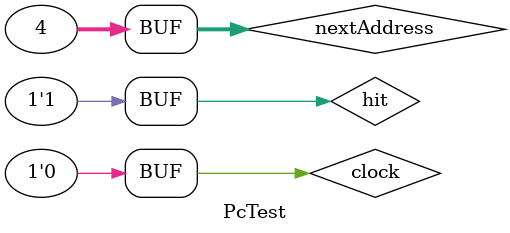
<source format=v>
`timescale 1ns / 1ps

module PcTest;

	// Inputs
	reg [31:0] nextAddress;
	reg clock;
	reg hit;

	// Outputs
	wire [31:0] address;

	// Instantiate the Unit Under Test (UUT)
	PC uut (
		.address(address), 
		.nextAddress(nextAddress), 
		.clock(clock), 
		.hit(hit)
	);

	initial begin
		// Initialize Inputs
		nextAddress = 0;
		clock = 1;
		hit = 0;
		#100;
		
		nextAddress = 32'b1; 
		clock = 1;
		hit = 0;
		#100;
		
		nextAddress = 32'b10; 
		clock = 0;
		hit = 0;
		#100;
		
		nextAddress = 32'b11; 
		clock = 1;
		hit = 1;
		#100;
		
		nextAddress = 32'b100;
		clock = 0;
		hit = 1;

	end
      
endmodule


</source>
